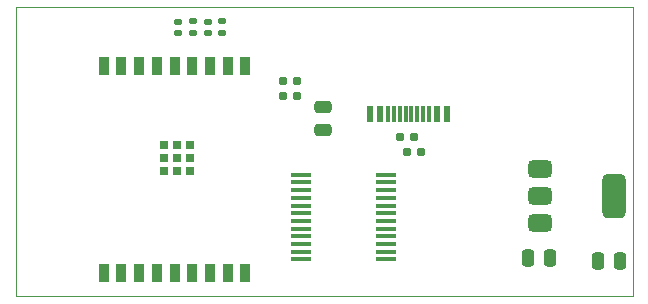
<source format=gtp>
G04 #@! TF.GenerationSoftware,KiCad,Pcbnew,9.0.3*
G04 #@! TF.CreationDate,2025-08-05T23:08:30-05:00*
G04 #@! TF.ProjectId,Battle_Bot_Mind,42617474-6c65-45f4-926f-745f4d696e64,rev?*
G04 #@! TF.SameCoordinates,Original*
G04 #@! TF.FileFunction,Paste,Top*
G04 #@! TF.FilePolarity,Positive*
%FSLAX46Y46*%
G04 Gerber Fmt 4.6, Leading zero omitted, Abs format (unit mm)*
G04 Created by KiCad (PCBNEW 9.0.3) date 2025-08-05 23:08:30*
%MOMM*%
%LPD*%
G01*
G04 APERTURE LIST*
G04 Aperture macros list*
%AMRoundRect*
0 Rectangle with rounded corners*
0 $1 Rounding radius*
0 $2 $3 $4 $5 $6 $7 $8 $9 X,Y pos of 4 corners*
0 Add a 4 corners polygon primitive as box body*
4,1,4,$2,$3,$4,$5,$6,$7,$8,$9,$2,$3,0*
0 Add four circle primitives for the rounded corners*
1,1,$1+$1,$2,$3*
1,1,$1+$1,$4,$5*
1,1,$1+$1,$6,$7*
1,1,$1+$1,$8,$9*
0 Add four rect primitives between the rounded corners*
20,1,$1+$1,$2,$3,$4,$5,0*
20,1,$1+$1,$4,$5,$6,$7,0*
20,1,$1+$1,$6,$7,$8,$9,0*
20,1,$1+$1,$8,$9,$2,$3,0*%
G04 Aperture macros list end*
%ADD10R,0.700000X0.700000*%
%ADD11R,0.900000X1.500000*%
%ADD12RoundRect,0.135000X0.185000X-0.135000X0.185000X0.135000X-0.185000X0.135000X-0.185000X-0.135000X0*%
%ADD13RoundRect,0.160000X0.197500X0.160000X-0.197500X0.160000X-0.197500X-0.160000X0.197500X-0.160000X0*%
%ADD14RoundRect,0.160000X-0.197500X-0.160000X0.197500X-0.160000X0.197500X0.160000X-0.197500X0.160000X0*%
%ADD15R,0.600000X1.450000*%
%ADD16R,0.300000X1.450000*%
%ADD17RoundRect,0.147500X0.172500X-0.147500X0.172500X0.147500X-0.172500X0.147500X-0.172500X-0.147500X0*%
%ADD18RoundRect,0.250000X-0.475000X0.250000X-0.475000X-0.250000X0.475000X-0.250000X0.475000X0.250000X0*%
%ADD19R,1.750000X0.450000*%
%ADD20RoundRect,0.375000X-0.625000X-0.375000X0.625000X-0.375000X0.625000X0.375000X-0.625000X0.375000X0*%
%ADD21RoundRect,0.500000X-0.500000X-1.400000X0.500000X-1.400000X0.500000X1.400000X-0.500000X1.400000X0*%
%ADD22RoundRect,0.250000X-0.250000X-0.475000X0.250000X-0.475000X0.250000X0.475000X-0.250000X0.475000X0*%
%ADD23RoundRect,0.250000X0.250000X0.475000X-0.250000X0.475000X-0.250000X-0.475000X0.250000X-0.475000X0*%
G04 #@! TA.AperFunction,Profile*
%ADD24C,0.050000*%
G04 #@! TD*
G04 APERTURE END LIST*
D10*
G04 #@! TO.C,U1*
X112300000Y-84390000D03*
X113400000Y-84390000D03*
X114500000Y-84390000D03*
X112300000Y-83290000D03*
X113400000Y-83290000D03*
X114500000Y-83290000D03*
X112300000Y-82190000D03*
X113400000Y-82190000D03*
X114500000Y-82190000D03*
D11*
X107200000Y-93000000D03*
X108700000Y-93000000D03*
X110200000Y-93000000D03*
X111700000Y-93000000D03*
X113200000Y-93000000D03*
X114700000Y-93000000D03*
X116200000Y-93000000D03*
X117700000Y-93000000D03*
X119200000Y-93000000D03*
X119200000Y-75500000D03*
X117700000Y-75500000D03*
X116200000Y-75500000D03*
X114700000Y-75500000D03*
X113200000Y-75500000D03*
X111700000Y-75500000D03*
X110200000Y-75500000D03*
X108700000Y-75500000D03*
X107200000Y-75500000D03*
G04 #@! TD*
D12*
G04 #@! TO.C,R4*
X114750000Y-72720000D03*
X114750000Y-71700000D03*
G04 #@! TD*
D13*
G04 #@! TO.C,R6*
X123597500Y-76788000D03*
X122402500Y-76788000D03*
G04 #@! TD*
G04 #@! TO.C,R5*
X123597500Y-78038000D03*
X122402500Y-78038000D03*
G04 #@! TD*
D14*
G04 #@! TO.C,R1*
X132902500Y-82810000D03*
X134097500Y-82810000D03*
G04 #@! TD*
D15*
G04 #@! TO.C,J1*
X136250000Y-79545000D03*
X135450000Y-79545000D03*
D16*
X134250000Y-79545000D03*
X133250000Y-79545000D03*
X132750000Y-79545000D03*
X131750000Y-79545000D03*
D15*
X130550000Y-79545000D03*
X129750000Y-79545000D03*
X129750000Y-79545000D03*
X130550000Y-79545000D03*
D16*
X131250000Y-79545000D03*
X132250000Y-79545000D03*
X133750000Y-79545000D03*
X134750000Y-79545000D03*
D15*
X135450000Y-79545000D03*
X136250000Y-79545000D03*
G04 #@! TD*
D17*
G04 #@! TO.C,D1*
X116000000Y-72720000D03*
X116000000Y-71750000D03*
G04 #@! TD*
D18*
G04 #@! TO.C,C1*
X125750000Y-79000000D03*
X125750000Y-80900000D03*
G04 #@! TD*
D19*
G04 #@! TO.C,U2*
X131100000Y-91850000D03*
X131100000Y-91200000D03*
X131100000Y-90550000D03*
X131100000Y-89900000D03*
X131100000Y-89250000D03*
X131100000Y-88600000D03*
X131100000Y-87950000D03*
X131100000Y-87300000D03*
X131100000Y-86650000D03*
X131100000Y-86000000D03*
X131100000Y-85350000D03*
X131100000Y-84700000D03*
X123900000Y-84700000D03*
X123900000Y-85350000D03*
X123900000Y-86000000D03*
X123900000Y-86650000D03*
X123900000Y-87300000D03*
X123900000Y-87950000D03*
X123900000Y-88600000D03*
X123900000Y-89250000D03*
X123900000Y-89900000D03*
X123900000Y-90550000D03*
X123900000Y-91200000D03*
X123900000Y-91850000D03*
G04 #@! TD*
D12*
G04 #@! TO.C,R3*
X117250000Y-72720000D03*
X117250000Y-71700000D03*
G04 #@! TD*
D17*
G04 #@! TO.C,D2*
X113500000Y-72720000D03*
X113500000Y-71750000D03*
G04 #@! TD*
D20*
G04 #@! TO.C,U4*
X144100000Y-84200000D03*
X144100000Y-86500000D03*
D21*
X150400000Y-86500000D03*
D20*
X144100000Y-88800000D03*
G04 #@! TD*
D22*
G04 #@! TO.C,C6*
X143100000Y-91750000D03*
X145000000Y-91750000D03*
G04 #@! TD*
D23*
G04 #@! TO.C,C5*
X150950000Y-92000000D03*
X149050000Y-92000000D03*
G04 #@! TD*
D13*
G04 #@! TO.C,R2*
X133500000Y-81500000D03*
X132305000Y-81500000D03*
G04 #@! TD*
D24*
X152000000Y-70500000D02*
X99750000Y-70500000D01*
X99750000Y-70500000D02*
X99750000Y-95000000D01*
X152000000Y-70500000D02*
X152000000Y-95000000D01*
X152000000Y-95000000D02*
X99750000Y-95000000D01*
M02*

</source>
